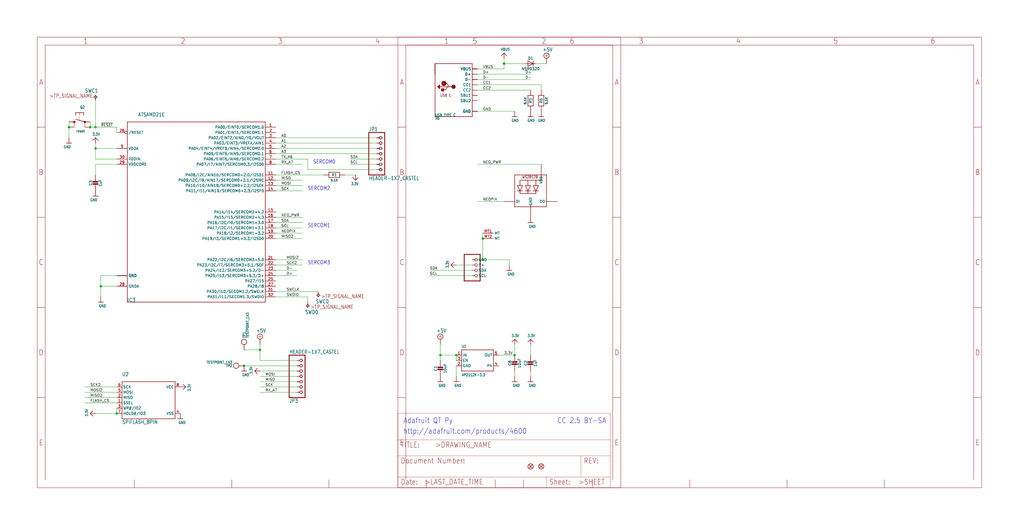
<source format=kicad_sch>
(kicad_sch (version 20211123) (generator eeschema)
  (paper "User" 490.22 254.406)
  (lib_symbols
    (symbol "schematicEagle-eagle-import:+5V" (power)
      (property "Value" "+5V" (at -1.905 3.175 0))
      (symbol "+5V_1_0"
        (polyline (pts (xy -0.635 1.27) (xy 0.635 1.27)) (stroke (width 0.1524)))
        (polyline (pts (xy 0 0.635) (xy 0 1.905)) (stroke (width 0.1524)))
        (circle (center 0 1.27) (radius 1.27) (stroke (width 0.254)))
        (pin power_in line (at 0 -2.54 90) (length 2.54) (name "+5V") (number "1"))
      )
    )
    (symbol "schematicEagle-eagle-import:3.3V" (power)
      (property "Value" "3.3V" (at -1.524 1.016 0))
      (symbol "3.3V_1_0"
        (polyline (pts (xy -1.27 -1.27) (xy 0 0)) (stroke (width 0.254)))
        (polyline (pts (xy 0 0) (xy 1.27 -1.27)) (stroke (width 0.254)))
        (pin power_in line (at 0 -2.54 90) (length 2.54) (name "3.3V") (number "1"))
      )
    )
    (symbol "schematicEagle-eagle-import:ATSAMD21E"
      (property "Reference" "IC" (at -35.56 -43.18 0))
      (property "Value" "ATSAMD21E" (at -30.48 45.72 0))
      (symbol "ATSAMD21E_1_0"
        (polyline (pts (xy -35.56 -43.18) (xy -35.56 43.18)) (stroke (width 0.254)))
        (polyline (pts (xy -35.56 43.18) (xy 30.48 43.18)) (stroke (width 0.254)))
        (polyline (pts (xy 30.48 -43.18) (xy -35.56 -43.18)) (stroke (width 0.254)))
        (polyline (pts (xy 30.48 43.18) (xy 30.48 -43.18)) (stroke (width 0.254)))
        (pin bidirectional line (at 35.56 40.64 180) (length 5.08) (name "PA00/EINT0/SERCOM1.0") (number "1"))
        (pin power_in line (at -40.64 -30.48 0) (length 5.08) (name "GND") (number "10"))
        (pin bidirectional line (at 35.56 17.78 180) (length 5.08) (name "PA08/I2C/AIN16/SERCOM0+2.0/I2SD1") (number "11"))
        (pin bidirectional line (at 35.56 15.24 180) (length 5.08) (name "PA09/I2C/I9/AIN17/SERCOM0+2.1/I2SMC") (number "12"))
        (pin bidirectional line (at 35.56 12.7 180) (length 5.08) (name "PA10/I10/AIN18/SERCOM0+2.2/I2SCK") (number "13"))
        (pin bidirectional line (at 35.56 10.16 180) (length 5.08) (name "PA11/I11/AIN19/SERCOM0+2.3/I2SF0") (number "14"))
        (pin bidirectional line (at 35.56 0 180) (length 5.08) (name "PA14/I14/SERCOM2+4.2") (number "15"))
        (pin bidirectional line (at 35.56 -2.54 180) (length 5.08) (name "PA15/I15/SERCOM2+4.3") (number "16"))
        (pin bidirectional line (at 35.56 -5.08 180) (length 5.08) (name "PA16/I2C/I0/SERCOM1+3.0") (number "17"))
        (pin bidirectional line (at 35.56 -7.62 180) (length 5.08) (name "PA17/I2C/I1/SERCOM1+3.1") (number "18"))
        (pin bidirectional line (at 35.56 -10.16 180) (length 5.08) (name "PA18/I2/SERCOM1+3.2") (number "19"))
        (pin bidirectional line (at 35.56 38.1 180) (length 5.08) (name "PA01/EINT1/SERCOM1.1") (number "2"))
        (pin bidirectional line (at 35.56 -12.7 180) (length 5.08) (name "PA19/I3/SERCOM1+3.3/I2SD0") (number "20"))
        (pin bidirectional line (at 35.56 -22.86 180) (length 5.08) (name "PA22/I2C/I6/SERCOM3+5.0") (number "21"))
        (pin bidirectional line (at 35.56 -25.4 180) (length 5.08) (name "PA23/I2C/I7/SERCOM3+5.1/SOF") (number "22"))
        (pin bidirectional line (at 35.56 -27.94 180) (length 5.08) (name "PA24/I12/SERCOM3+5.2/D-") (number "23"))
        (pin bidirectional line (at 35.56 -30.48 180) (length 5.08) (name "PA25/I13/SERCOM3+5.3/D+") (number "24"))
        (pin bidirectional line (at 35.56 -33.02 180) (length 5.08) (name "PA27/I15") (number "25"))
        (pin bidirectional inverted (at -40.64 38.1 0) (length 5.08) (name "/RESET") (number "26"))
        (pin bidirectional line (at 35.56 -35.56 180) (length 5.08) (name "PA28/I8") (number "27"))
        (pin power_in line (at -40.64 -35.56 0) (length 5.08) (name "GNDA") (number "28"))
        (pin power_in line (at -40.64 22.86 0) (length 5.08) (name "VDDCORE") (number "29"))
        (pin bidirectional line (at 35.56 35.56 180) (length 5.08) (name "PA02/EINT2/AIN0/Y0/VOUT") (number "3"))
        (pin power_in line (at -40.64 25.4 0) (length 5.08) (name "VDDIN") (number "30"))
        (pin bidirectional line (at 35.56 -38.1 180) (length 5.08) (name "PA30/I10/SECOM1.2/SWCLK") (number "31"))
        (pin bidirectional line (at 35.56 -40.64 180) (length 5.08) (name "PA31/I11/SECOM1.3/SWDIO") (number "32"))
        (pin power_in line (at -40.64 -30.48 0) (length 5.08) (name "GND") (number "33"))
        (pin bidirectional line (at 35.56 33.02 180) (length 5.08) (name "PA03/EINT3/VREFA/AIN1") (number "4"))
        (pin bidirectional line (at 35.56 30.48 180) (length 5.08) (name "PA04/EINT4/VREFB/AIN4/SERCOM0.0") (number "5"))
        (pin bidirectional line (at 35.56 27.94 180) (length 5.08) (name "PA05/EINT5/AIN5/SERCOM0.1") (number "6"))
        (pin bidirectional line (at 35.56 25.4 180) (length 5.08) (name "PA06/EINT6/AIN6/SERCOM0.2") (number "7"))
        (pin bidirectional line (at 35.56 22.86 180) (length 5.08) (name "PA07/I7/AIN7/SERCOM0.3/I2SD0") (number "8"))
        (pin power_in line (at -40.64 30.48 0) (length 5.08) (name "VDDA") (number "9"))
      )
    )
    (symbol "schematicEagle-eagle-import:CAP_CERAMIC_0402NO"
      (property "Reference" "C" (at -2.29 1.25 90))
      (property "Value" "CAP_CERAMIC_0402NO" (at 2.3 1.25 90))
      (symbol "CAP_CERAMIC_0402NO_1_0"
        (rectangle (start -1.27 0.508) (end 1.27 1.016) (fill (type outline)))
        (rectangle (start -1.27 1.524) (end 1.27 2.032) (fill (type outline)))
        (polyline (pts (xy 0 0.762) (xy 0 0)) (stroke (width 0.1524)))
        (polyline (pts (xy 0 2.54) (xy 0 1.778)) (stroke (width 0.1524)))
        (pin passive line (at 0 5.08 270) (length 2.54) (name "1") (number "1"))
        (pin passive line (at 0 -2.54 90) (length 2.54) (name "2") (number "2"))
      )
    )
    (symbol "schematicEagle-eagle-import:CAP_CERAMIC_0805MP"
      (property "Reference" "C" (at -2.29 1.25 90))
      (property "Value" "CAP_CERAMIC_0805MP" (at 2.3 1.25 90))
      (symbol "CAP_CERAMIC_0805MP_1_0"
        (rectangle (start -1.27 0.508) (end 1.27 1.016) (fill (type outline)))
        (rectangle (start -1.27 1.524) (end 1.27 2.032) (fill (type outline)))
        (polyline (pts (xy 0 0.762) (xy 0 0)) (stroke (width 0.1524)))
        (polyline (pts (xy 0 2.54) (xy 0 1.778)) (stroke (width 0.1524)))
        (pin passive line (at 0 5.08 270) (length 2.54) (name "1") (number "1"))
        (pin passive line (at 0 -2.54 90) (length 2.54) (name "2") (number "2"))
      )
    )
    (symbol "schematicEagle-eagle-import:DIODE_SOD323MINI"
      (property "Reference" "D" (at 0 2.54 0))
      (property "Value" "DIODE_SOD323MINI" (at 0 -2.5 0))
      (symbol "DIODE_SOD323MINI_1_0"
        (polyline (pts (xy -1.27 -1.27) (xy 1.27 0)) (stroke (width 0.254)))
        (polyline (pts (xy -1.27 1.27) (xy -1.27 -1.27)) (stroke (width 0.254)))
        (polyline (pts (xy 1.27 0) (xy -1.27 1.27)) (stroke (width 0.254)))
        (polyline (pts (xy 1.27 0) (xy 1.27 -1.27)) (stroke (width 0.254)))
        (polyline (pts (xy 1.27 1.27) (xy 1.27 0)) (stroke (width 0.254)))
        (pin passive line (at -2.54 0 0) (length 2.54) (name "A") (number "A"))
        (pin passive line (at 2.54 0 180) (length 2.54) (name "C") (number "C"))
      )
    )
    (symbol "schematicEagle-eagle-import:FIDUCIAL_1MM"
      (symbol "FIDUCIAL_1MM_1_0"
        (polyline (pts (xy -0.762 0.762) (xy 0.762 -0.762)) (stroke (width 0.254)))
        (polyline (pts (xy 0.762 0.762) (xy -0.762 -0.762)) (stroke (width 0.254)))
        (circle (center 0 0) (radius 1.27) (stroke (width 0.254)))
      )
    )
    (symbol "schematicEagle-eagle-import:FRAME_A_L"
      (symbol "FRAME_A_L_0_0"
        (polyline (pts (xy 0 43.18) (xy 3.81 43.18)))
        (polyline (pts (xy 0 86.36) (xy 3.81 86.36)))
        (polyline (pts (xy 0 129.54) (xy 3.81 129.54)))
        (polyline (pts (xy 0 172.72) (xy 3.81 172.72)))
        (polyline (pts (xy 3.81 3.81) (xy 3.81 212.09)))
        (polyline (pts (xy 46.5667 0) (xy 46.5667 3.81)))
        (polyline (pts (xy 93.1333 0) (xy 93.1333 3.81)))
        (polyline (pts (xy 139.7 0) (xy 139.7 3.81)))
        (polyline (pts (xy 186.2667 0) (xy 186.2667 3.81)))
        (polyline (pts (xy 232.8333 0) (xy 232.8333 3.81)))
        (polyline (pts (xy 275.59 3.81) (xy 275.59 212.09)))
        (polyline (pts (xy 275.59 43.18) (xy 279.4 43.18)))
        (polyline (pts (xy 275.59 86.36) (xy 279.4 86.36)))
        (polyline (pts (xy 275.59 129.54) (xy 279.4 129.54)))
        (polyline (pts (xy 275.59 172.72) (xy 279.4 172.72)))
        (polyline (pts (xy 275.59 212.09) (xy 3.81 212.09)))
        (polyline (pts (xy 0 0) (xy 279.4 0) (xy 279.4 215.9) (xy 0 215.9) (xy 0 0)))
        (text "1" (at 23.2833 213.995 0) (effects (font (size 2.54 2.286))))
        (text "2" (at 69.85 213.995 0) (effects (font (size 2.54 2.286))))
        (text "3" (at 116.4167 213.995 0) (effects (font (size 2.54 2.286))))
        (text "4" (at 162.9833 213.995 0) (effects (font (size 2.54 2.286))))
        (text "5" (at 209.55 213.995 0) (effects (font (size 2.54 2.286))))
        (text "6" (at 256.1167 213.995 0) (effects (font (size 2.54 2.286))))
        (text "A" (at 1.905 194.31 0) (effects (font (size 2.54 2.286))))
        (text "A" (at 277.495 194.31 0) (effects (font (size 2.54 2.286))))
        (text "B" (at 1.905 151.13 0) (effects (font (size 2.54 2.286))))
        (text "B" (at 277.495 151.13 0) (effects (font (size 2.54 2.286))))
        (text "C" (at 1.905 107.95 0) (effects (font (size 2.54 2.286))))
        (text "C" (at 277.495 107.95 0) (effects (font (size 2.54 2.286))))
        (text "D" (at 1.905 64.77 0) (effects (font (size 2.54 2.286))))
        (text "D" (at 277.495 64.77 0) (effects (font (size 2.54 2.286))))
        (text "E" (at 1.905 21.59 0) (effects (font (size 2.54 2.286))))
        (text "E" (at 277.495 21.59 0) (effects (font (size 2.54 2.286))))
      )
      (symbol "FRAME_A_L_2_0"
        (polyline (pts (xy 0 0) (xy 0 5.08)) (stroke (width 0.1016)))
        (polyline (pts (xy 0 0) (xy 71.12 0)) (stroke (width 0.1016)))
        (polyline (pts (xy 0 5.08) (xy 0 15.24)) (stroke (width 0.1016)))
        (polyline (pts (xy 0 5.08) (xy 71.12 5.08)) (stroke (width 0.1016)))
        (polyline (pts (xy 0 15.24) (xy 0 22.86)) (stroke (width 0.1016)))
        (polyline (pts (xy 0 22.86) (xy 0 35.56)) (stroke (width 0.1016)))
        (polyline (pts (xy 0 22.86) (xy 101.6 22.86)) (stroke (width 0.1016)))
        (polyline (pts (xy 71.12 0) (xy 101.6 0)) (stroke (width 0.1016)))
        (polyline (pts (xy 71.12 5.08) (xy 71.12 0)) (stroke (width 0.1016)))
        (polyline (pts (xy 71.12 5.08) (xy 87.63 5.08)) (stroke (width 0.1016)))
        (polyline (pts (xy 87.63 5.08) (xy 101.6 5.08)) (stroke (width 0.1016)))
        (polyline (pts (xy 87.63 15.24) (xy 0 15.24)) (stroke (width 0.1016)))
        (polyline (pts (xy 87.63 15.24) (xy 87.63 5.08)) (stroke (width 0.1016)))
        (polyline (pts (xy 101.6 5.08) (xy 101.6 0)) (stroke (width 0.1016)))
        (polyline (pts (xy 101.6 15.24) (xy 87.63 15.24)) (stroke (width 0.1016)))
        (polyline (pts (xy 101.6 15.24) (xy 101.6 5.08)) (stroke (width 0.1016)))
        (polyline (pts (xy 101.6 22.86) (xy 101.6 15.24)) (stroke (width 0.1016)))
        (polyline (pts (xy 101.6 35.56) (xy 0 35.56)) (stroke (width 0.1016)))
        (polyline (pts (xy 101.6 35.56) (xy 101.6 22.86)) (stroke (width 0.1016)))
        (text ">DRAWING_NAME" (at 17.78 19.05 0) (effects (font (size 2.54 2.159)) (justify left bottom)))
        (text ">LAST_DATE_TIME" (at 12.7 1.27 0) (effects (font (size 2.54 2.159)) (justify left bottom)))
        (text ">SHEET" (at 86.36 1.27 0) (effects (font (size 2.54 2.159)) (justify left bottom)))
        (text "Date:" (at 1.27 1.27 0) (effects (font (size 2.54 2.159)) (justify left bottom)))
        (text "Document Number:" (at 1.27 11.43 0) (effects (font (size 2.54 2.159)) (justify left bottom)))
        (text "REV:" (at 88.9 11.43 0) (effects (font (size 2.54 2.159)) (justify left bottom)))
        (text "Sheet:" (at 72.39 1.27 0) (effects (font (size 2.54 2.159)) (justify left bottom)))
        (text "TITLE:" (at 1.27 19.05 0) (effects (font (size 2.54 2.159)) (justify left bottom)))
      )
    )
    (symbol "schematicEagle-eagle-import:GND" (power)
      (property "Value" "GND" (at -1.524 -2.54 0))
      (symbol "GND_1_0"
        (polyline (pts (xy -1.27 0) (xy 1.27 0)) (stroke (width 0.254)))
        (pin power_in line (at 0 2.54 270) (length 2.54) (name "GND") (number "1"))
      )
    )
    (symbol "schematicEagle-eagle-import:HEADER-1X7_CASTEL"
      (property "Reference" "JP" (at -6.35 10.795 0))
      (property "Value" "HEADER-1X7_CASTEL" (at -6.35 -12.7 0))
      (symbol "HEADER-1X7_CASTEL_1_0"
        (polyline (pts (xy -6.35 -10.16) (xy 1.27 -10.16)) (stroke (width 0.4064)))
        (polyline (pts (xy -6.35 10.16) (xy -6.35 -10.16)) (stroke (width 0.4064)))
        (polyline (pts (xy 1.27 -10.16) (xy 1.27 10.16)) (stroke (width 0.4064)))
        (polyline (pts (xy 1.27 10.16) (xy -6.35 10.16)) (stroke (width 0.4064)))
        (pin passive inverted (at -2.54 7.62 0) (length 2.54) (name "1") (number "1"))
        (pin passive inverted (at -2.54 7.62 0) (length 2.54) (name "1") (number "1C"))
        (pin passive inverted (at -2.54 5.08 0) (length 2.54) (name "2") (number "2"))
        (pin passive inverted (at -2.54 5.08 0) (length 2.54) (name "2") (number "2C"))
        (pin passive inverted (at -2.54 2.54 0) (length 2.54) (name "3") (number "3"))
        (pin passive inverted (at -2.54 2.54 0) (length 2.54) (name "3") (number "3C"))
        (pin passive inverted (at -2.54 0 0) (length 2.54) (name "4") (number "4"))
        (pin passive inverted (at -2.54 0 0) (length 2.54) (name "4") (number "4C"))
        (pin passive inverted (at -2.54 -2.54 0) (length 2.54) (name "5") (number "5"))
        (pin passive inverted (at -2.54 -2.54 0) (length 2.54) (name "5") (number "5C"))
        (pin passive inverted (at -2.54 -5.08 0) (length 2.54) (name "6") (number "6"))
        (pin passive inverted (at -2.54 -5.08 0) (length 2.54) (name "6") (number "6C"))
        (pin passive inverted (at -2.54 -7.62 0) (length 2.54) (name "7") (number "7"))
        (pin passive inverted (at -2.54 -7.62 0) (length 2.54) (name "7") (number "7C"))
      )
    )
    (symbol "schematicEagle-eagle-import:RESISTOR_0402NO"
      (property "Reference" "R" (at 0 2.54 0))
      (property "Value" "RESISTOR_0402NO" (at 0 0 0))
      (symbol "RESISTOR_0402NO_1_0"
        (polyline (pts (xy -2.54 -1.27) (xy -2.54 1.27)) (stroke (width 0.254)))
        (polyline (pts (xy -2.54 1.27) (xy 2.54 1.27)) (stroke (width 0.254)))
        (polyline (pts (xy 2.54 -1.27) (xy -2.54 -1.27)) (stroke (width 0.254)))
        (polyline (pts (xy 2.54 1.27) (xy 2.54 -1.27)) (stroke (width 0.254)))
        (pin passive line (at -5.08 0 0) (length 2.54) (name "1") (number "1"))
        (pin passive line (at 5.08 0 180) (length 2.54) (name "2") (number "2"))
      )
    )
    (symbol "schematicEagle-eagle-import:SPIFLASH_8PIN"
      (property "Reference" "U" (at -12.7 12.7 0))
      (property "Value" "SPIFLASH_8PIN" (at -12.7 -10.16 0))
      (symbol "SPIFLASH_8PIN_1_0"
        (polyline (pts (xy -12.7 -7.62) (xy -12.7 10.16)) (stroke (width 0.254)))
        (polyline (pts (xy -12.7 10.16) (xy 12.7 10.16)) (stroke (width 0.254)))
        (polyline (pts (xy 12.7 -7.62) (xy -12.7 -7.62)) (stroke (width 0.254)))
        (polyline (pts (xy 12.7 10.16) (xy 12.7 -7.62)) (stroke (width 0.254)))
        (pin bidirectional line (at -15.24 0 0) (length 2.54) (name "SSEL") (number "1"))
        (pin bidirectional line (at -15.24 2.54 0) (length 2.54) (name "MISO") (number "2"))
        (pin bidirectional line (at -15.24 -2.54 0) (length 2.54) (name "WP#/IO2") (number "3"))
        (pin bidirectional line (at 15.24 -5.08 180) (length 2.54) (name "VSS") (number "4"))
        (pin bidirectional line (at -15.24 5.08 0) (length 2.54) (name "MOSI") (number "5"))
        (pin bidirectional line (at -15.24 7.62 0) (length 2.54) (name "SCK") (number "6"))
        (pin bidirectional line (at -15.24 -5.08 0) (length 2.54) (name "HOLD#/IO3") (number "7"))
        (pin bidirectional line (at 15.24 7.62 180) (length 2.54) (name "VCC") (number "8"))
      )
    )
    (symbol "schematicEagle-eagle-import:STEMMA_I2C_QTSKINNY"
      (symbol "STEMMA_I2C_QTSKINNY_1_0"
        (polyline (pts (xy -3.81 -5.08) (xy 3.81 -5.08)) (stroke (width 0.4064)))
        (polyline (pts (xy -3.81 7.62) (xy -3.81 -5.08)) (stroke (width 0.4064)))
        (polyline (pts (xy 3.81 -5.08) (xy 3.81 7.62)) (stroke (width 0.4064)))
        (polyline (pts (xy 3.81 7.62) (xy -3.81 7.62)) (stroke (width 0.4064)))
        (pin passive inverted (at 0 5.08 0) (length 2.54) (name "GND") (number "1"))
        (pin passive inverted (at 0 2.54 0) (length 2.54) (name "V+") (number "2"))
        (pin passive inverted (at 0 0 0) (length 2.54) (name "SDA") (number "3"))
        (pin passive inverted (at 0 -2.54 0) (length 2.54) (name "SCL") (number "4"))
      )
      (symbol "STEMMA_I2C_QTSKINNY_2_0"
        (pin bidirectional line (at 0 0 0) (length 5.08) (name "MT") (number "MT1"))
      )
      (symbol "STEMMA_I2C_QTSKINNY_3_0"
        (pin bidirectional line (at 0 0 0) (length 5.08) (name "MT") (number "MT2"))
      )
    )
    (symbol "schematicEagle-eagle-import:SWITCH_TACT_SMT4.6X2.8"
      (property "Reference" "SW" (at -2.54 6.35 0))
      (property "Value" "SWITCH_TACT_SMT4.6X2.8" (at -2.54 -5.08 0))
      (symbol "SWITCH_TACT_SMT4.6X2.8_1_0"
        (circle (center -2.54 0) (radius 0.127) (stroke (width 0.4064)))
        (polyline (pts (xy -2.54 -2.54) (xy -2.54 0)) (stroke (width 0.1524)))
        (polyline (pts (xy -2.54 0) (xy 1.905 1.27)) (stroke (width 0.254)))
        (polyline (pts (xy -1.905 4.445) (xy -1.905 3.175)) (stroke (width 0.254)))
        (polyline (pts (xy 0 1.27) (xy 0 0.635)) (stroke (width 0.1524)))
        (polyline (pts (xy 0 2.54) (xy 0 1.905)) (stroke (width 0.1524)))
        (polyline (pts (xy 0 4.445) (xy -1.905 4.445)) (stroke (width 0.254)))
        (polyline (pts (xy 0 4.445) (xy 0 3.175)) (stroke (width 0.1524)))
        (polyline (pts (xy 1.905 0) (xy 2.54 0)) (stroke (width 0.254)))
        (polyline (pts (xy 1.905 4.445) (xy 0 4.445)) (stroke (width 0.254)))
        (polyline (pts (xy 1.905 4.445) (xy 1.905 3.175)) (stroke (width 0.254)))
        (polyline (pts (xy 2.54 -2.54) (xy 2.54 0)) (stroke (width 0.1524)))
        (circle (center 2.54 0) (radius 0.127) (stroke (width 0.4064)))
        (pin passive line (at -5.08 0 0) (length 2.54) (name "P") (number "A"))
        (pin passive line (at -5.08 -2.54 0) (length 2.54) (name "P1") (number "A'"))
        (pin passive line (at 5.08 0 180) (length 2.54) (name "S") (number "B"))
        (pin passive line (at 5.08 -2.54 180) (length 2.54) (name "S1") (number "B'"))
      )
    )
    (symbol "schematicEagle-eagle-import:TESTPOINT_1X3"
      (property "Reference" "TP" (at 0 5.588 90))
      (property "Value" "TESTPOINT_1X3" (at 1.651 5.588 90))
      (symbol "TESTPOINT_1X3_1_0"
        (circle (center 0 3.81) (radius 1.27) (stroke (width 0.254)))
        (pin bidirectional line (at 0 0 90) (length 2.54) (name "P$1") (number "P$1"))
      )
    )
    (symbol "schematicEagle-eagle-import:TPB1,27"
      (property "Reference" "TP" (at -1.27 1.27 0))
      (symbol "TPB1,27_1_0"
        (polyline (pts (xy -0.762 -0.762) (xy 0 0)) (stroke (width 0.254)))
        (polyline (pts (xy 0 -1.524) (xy -0.762 -0.762)) (stroke (width 0.254)))
        (polyline (pts (xy 0 0) (xy 0.762 -0.762)) (stroke (width 0.254)))
        (polyline (pts (xy 0.762 -0.762) (xy 0 -1.524)) (stroke (width 0.254)))
        (text ">TP_SIGNAL_NAME" (at 1.27 -1.27 0) (effects (font (size 1.778 1.5113)) (justify left bottom)))
        (pin input line (at 0 -2.54 90) (length 2.54) (name "TP") (number "TP"))
      )
    )
    (symbol "schematicEagle-eagle-import:USB_C"
      (property "Reference" "X" (at -10.16 13.716 0))
      (property "Value" "USB_C" (at -10.16 -15.24 0))
      (symbol "USB_C_1_0"
        (rectangle (start -7.12 -0.45) (end -5.92 0.75) (fill (type outline)))
        (circle (center -5.92 3.2) (radius 0.2) (stroke (width 1)))
        (circle (center -1.32 1.6) (radius 0.5) (stroke (width 1)))
        (polyline (pts (xy -10.2 7.62) (xy -10.16 12.7)) (stroke (width 0.254)))
        (polyline (pts (xy -10.16 -12.7) (xy 7.62 -12.7)) (stroke (width 0.254)))
        (polyline (pts (xy -10.16 12.7) (xy -10.16 -12.7)) (stroke (width 0.254)))
        (polyline (pts (xy -10.16 12.7) (xy 7.62 12.7)) (stroke (width 0.254)))
        (polyline (pts (xy -8.92 1.6) (xy -8.12 2.4)) (stroke (width 0.254)))
        (polyline (pts (xy -8.52 1.4) (xy -8.32 1.2)) (stroke (width 0.254)))
        (polyline (pts (xy -8.52 1.6) (xy -8.52 1.4)) (stroke (width 0.254)))
        (polyline (pts (xy -8.32 1.2) (xy -8.32 2)) (stroke (width 0.254)))
        (polyline (pts (xy -8.32 2) (xy -8.72 1.6)) (stroke (width 0.254)))
        (polyline (pts (xy -8.12 0.8) (xy -8.92 1.6)) (stroke (width 0.254)))
        (polyline (pts (xy -8.12 1) (xy -8.12 2.4)) (stroke (width 0.254)))
        (polyline (pts (xy -8.12 2.4) (xy -7.92 2.4)) (stroke (width 0.254)))
        (polyline (pts (xy -7.92 0.8) (xy -8.12 0.8)) (stroke (width 0.254)))
        (polyline (pts (xy -7.92 1.6) (xy -7.92 0.8)) (stroke (width 0.254)))
        (polyline (pts (xy -7.92 2.4) (xy -7.92 1.6)) (stroke (width 0.254)))
        (polyline (pts (xy -6.27 0.15) (xy -5.07 0.15)) (stroke (width 0.254)))
        (polyline (pts (xy -5.52 3.2) (xy -4.52 3.2)) (stroke (width 0.254)))
        (polyline (pts (xy -5.07 0.15) (xy -4.22 1.6)) (stroke (width 0.254)))
        (polyline (pts (xy -4.52 3.2) (xy -3.47 1.6)) (stroke (width 0.254)))
        (polyline (pts (xy -4.22 1.6) (xy -7.92 1.6)) (stroke (width 0.254)))
        (polyline (pts (xy -3.47 1.6) (xy -4.22 1.6)) (stroke (width 0.254)))
        (polyline (pts (xy -1.32 1.6) (xy -3.47 1.6)) (stroke (width 0.254)))
        (polyline (pts (xy 7.62 12.7) (xy 7.62 -12.7)) (stroke (width 0.254)))
        (text "USB C" (at -5.08 -2.54 0) (effects (font (size 1.27 1.0795))))
        (pin power_in line (at 10.16 -10.16 180) (length 2.54) (name "GND") (number "A1B12"))
        (pin power_in line (at 10.16 10.16 180) (length 2.54) (name "VBUS") (number "A4B9"))
        (pin bidirectional line (at 10.16 2.54 180) (length 2.54) (name "CC1") (number "A5"))
        (pin bidirectional line (at 10.16 7.62 180) (length 2.54) (name "D+") (number "A6"))
        (pin bidirectional line (at 10.16 5.08 180) (length 2.54) (name "D-") (number "A7"))
        (pin bidirectional line (at 10.16 -2.54 180) (length 2.54) (name "SBU1") (number "A8"))
        (pin power_in line (at 10.16 -10.16 180) (length 2.54) (name "GND") (number "B1A12"))
        (pin power_in line (at 10.16 10.16 180) (length 2.54) (name "VBUS") (number "B4A9"))
        (pin bidirectional line (at 10.16 0 180) (length 2.54) (name "CC2") (number "B5"))
        (pin bidirectional line (at 10.16 7.62 180) (length 2.54) (name "D+") (number "B6"))
        (pin bidirectional line (at 10.16 5.08 180) (length 2.54) (name "D-") (number "B7"))
        (pin bidirectional line (at 10.16 -5.08 180) (length 2.54) (name "SBU2") (number "B8"))
      )
    )
    (symbol "schematicEagle-eagle-import:VBUS" (power)
      (property "Value" "VBUS" (at -1.524 1.016 0))
      (symbol "VBUS_1_0"
        (polyline (pts (xy -1.27 -1.27) (xy 0 0)) (stroke (width 0.254)))
        (polyline (pts (xy 0 0) (xy 1.27 -1.27)) (stroke (width 0.254)))
        (pin power_in line (at 0 -2.54 90) (length 2.54) (name "VBUS") (number "1"))
      )
    )
    (symbol "schematicEagle-eagle-import:VREG_SOT23-5"
      (property "Reference" "U" (at -7.62 6.096 0))
      (property "Value" "VREG_SOT23-5" (at -7.62 -7.62 0))
      (symbol "VREG_SOT23-5_1_0"
        (polyline (pts (xy -7.62 -5.08) (xy -7.62 5.08)) (stroke (width 0.254)))
        (polyline (pts (xy -7.62 5.08) (xy 7.62 5.08)) (stroke (width 0.254)))
        (polyline (pts (xy 7.62 -5.08) (xy -7.62 -5.08)) (stroke (width 0.254)))
        (polyline (pts (xy 7.62 5.08) (xy 7.62 -5.08)) (stroke (width 0.254)))
        (pin power_in line (at -10.16 2.54 0) (length 2.54) (name "IN") (number "1"))
        (pin power_in line (at -10.16 -2.54 0) (length 2.54) (name "GND") (number "2"))
        (pin input line (at -10.16 0 0) (length 2.54) (name "EN") (number "3"))
        (pin bidirectional line (at 10.16 -2.54 180) (length 2.54) (name "P4") (number "4"))
        (pin power_in line (at 10.16 2.54 180) (length 2.54) (name "OUT") (number "5"))
      )
    )
    (symbol "schematicEagle-eagle-import:WS2812B_SK6805_1515"
      (symbol "WS2812B_SK6805_1515_1_0"
        (polyline (pts (xy -7.62 -5.08) (xy 0 -5.08)) (stroke (width 0.254)))
        (polyline (pts (xy -7.62 -2.54) (xy -7.62 -5.08)) (stroke (width 0.254)))
        (polyline (pts (xy -7.62 10.16) (xy -7.62 -2.54)) (stroke (width 0.254)))
        (polyline (pts (xy -6.35 2.54) (xy -5.08 2.54)) (stroke (width 0.254)))
        (polyline (pts (xy -6.35 5.08) (xy -5.08 5.08)) (stroke (width 0.254)))
        (polyline (pts (xy -5.08 2.54) (xy -6.35 5.08)) (stroke (width 0.254)))
        (polyline (pts (xy -5.08 2.54) (xy -5.08 1.27)) (stroke (width 0.254)))
        (polyline (pts (xy -5.08 2.54) (xy -3.81 5.08)) (stroke (width 0.254)))
        (polyline (pts (xy -5.08 5.08) (xy -3.81 5.08)) (stroke (width 0.254)))
        (polyline (pts (xy -5.08 7.62) (xy -5.08 5.08)) (stroke (width 0.254)))
        (polyline (pts (xy -3.81 2.54) (xy -5.08 2.54)) (stroke (width 0.254)))
        (polyline (pts (xy -2.54 2.54) (xy -1.27 2.54)) (stroke (width 0.254)))
        (polyline (pts (xy -2.54 5.08) (xy 0 5.08)) (stroke (width 0.254)))
        (polyline (pts (xy -1.27 1.27) (xy -5.08 1.27)) (stroke (width 0.254)))
        (polyline (pts (xy -1.27 2.54) (xy -2.54 5.08)) (stroke (width 0.254)))
        (polyline (pts (xy -1.27 2.54) (xy -1.27 1.27)) (stroke (width 0.254)))
        (polyline (pts (xy -1.27 2.54) (xy 0 2.54)) (stroke (width 0.254)))
        (polyline (pts (xy -1.27 5.08) (xy -1.27 7.62)) (stroke (width 0.254)))
        (polyline (pts (xy -1.27 7.62) (xy -5.08 7.62)) (stroke (width 0.254)))
        (polyline (pts (xy 0 -5.08) (xy 7.62 -5.08)) (stroke (width 0.254)))
        (polyline (pts (xy 0 -4.064) (xy 0 -5.08)) (stroke (width 0.254)))
        (polyline (pts (xy 0 5.08) (xy -1.27 2.54)) (stroke (width 0.254)))
        (polyline (pts (xy 1.27 5.08) (xy 2.54 2.54)) (stroke (width 0.254)))
        (polyline (pts (xy 1.27 5.08) (xy 2.54 5.08)) (stroke (width 0.254)))
        (polyline (pts (xy 2.54 1.27) (xy -1.27 1.27)) (stroke (width 0.254)))
        (polyline (pts (xy 2.54 2.54) (xy 1.27 2.54)) (stroke (width 0.254)))
        (polyline (pts (xy 2.54 2.54) (xy 2.54 1.27)) (stroke (width 0.254)))
        (polyline (pts (xy 2.54 2.54) (xy 3.81 2.54)) (stroke (width 0.254)))
        (polyline (pts (xy 2.54 2.54) (xy 3.81 5.08)) (stroke (width 0.254)))
        (polyline (pts (xy 2.54 5.08) (xy 2.54 7.62)) (stroke (width 0.254)))
        (polyline (pts (xy 2.54 7.62) (xy -1.27 7.62)) (stroke (width 0.254)))
        (polyline (pts (xy 2.54 7.62) (xy 5.08 7.62)) (stroke (width 0.254)))
        (polyline (pts (xy 3.81 5.08) (xy 2.54 5.08)) (stroke (width 0.254)))
        (polyline (pts (xy 5.08 10.16) (xy -7.62 10.16)) (stroke (width 0.254)))
        (polyline (pts (xy 5.08 10.16) (xy 5.08 7.62)) (stroke (width 0.254)))
        (polyline (pts (xy 7.62 -5.08) (xy 7.62 -2.54)) (stroke (width 0.254)))
        (polyline (pts (xy 7.62 -2.54) (xy 7.62 10.16)) (stroke (width 0.254)))
        (polyline (pts (xy 7.62 10.16) (xy 5.08 10.16)) (stroke (width 0.254)))
        (text "WS2812B" (at -4.064 8.382 0) (effects (font (size 1.27 1.0795)) (justify left bottom)))
        (pin input line (at -12.7 -2.54 0) (length 5.08) (name "DI") (number "1"))
        (pin power_in line (at 5.08 15.24 270) (length 5.08) (name "VDD") (number "2"))
        (pin output line (at 12.7 -2.54 180) (length 5.08) (name "DO") (number "3"))
        (pin power_in line (at 0 -10.16 90) (length 5.08) (name "GND") (number "4"))
      )
    )
  )
  (junction (at 116.84 175.26))
  (junction (at 218.44 170.18))
  (junction (at 55.88 198.12))
  (junction (at 231.14 124.46))
  (junction (at 33.02 60.96))
  (junction (at 48.26 137.16))
  (junction (at 43.18 60.96))
  (junction (at 45.72 71.12))
  (junction (at 210.82 170.18))
  (junction (at 241.3 30.48))
  (junction (at 231.14 114.3))
  (junction (at 246.38 170.18))
  (junction (at 124.46 167.64))
  (junction (at 45.72 60.96))
  (wire (pts (xy 132.08 142.24) (xy 147.32 142.24)))
  (wire (pts (xy 45.72 48.26) (xy 45.72 60.96)))
  (wire (pts (xy 167.64 76.2) (xy 180.34 76.2)))
  (wire (pts (xy 241.3 30.48) (xy 251.46 30.48)))
  (wire (pts (xy 45.72 78.74) (xy 45.72 83.82)))
  (wire (pts (xy 132.08 83.82) (xy 154.94 83.82)))
  (wire (pts (xy 132.08 66.04) (xy 180.34 66.04)))
  (wire (pts (xy 55.88 132.08) (xy 48.26 132.08)))
  (wire (pts (xy 226.06 124.46) (xy 231.14 124.46)))
  (wire (pts (xy 116.84 167.64) (xy 124.46 167.64)))
  (wire (pts (xy 231.14 114.3) (xy 231.14 124.46)))
  (wire (pts (xy 226.06 132.08) (xy 205.74 132.08)))
  (wire (pts (xy 132.08 111.76) (xy 144.78 111.76)))
  (wire (pts (xy 147.32 142.24) (xy 147.32 144.78)))
  (wire (pts (xy 132.08 124.46) (xy 144.78 124.46)))
  (wire (pts (xy 142.24 182.88) (xy 124.46 182.88)))
  (wire (pts (xy 55.88 60.96) (xy 55.88 63.5)))
  (wire (pts (xy 218.44 172.72) (xy 218.44 170.18)))
  (wire (pts (xy 132.08 114.3) (xy 144.78 114.3)))
  (wire (pts (xy 241.3 33.02) (xy 228.6 33.02)))
  (wire (pts (xy 55.88 198.12) (xy 55.88 195.58)))
  (wire (pts (xy 132.08 78.74) (xy 144.78 78.74)))
  (wire (pts (xy 43.18 60.96) (xy 45.72 60.96)))
  (wire (pts (xy 241.3 27.94) (xy 241.3 30.48)))
  (wire (pts (xy 132.08 106.68) (xy 144.78 106.68)))
  (wire (pts (xy 48.26 132.08) (xy 48.26 137.16)))
  (wire (pts (xy 226.06 129.54) (xy 205.74 129.54)))
  (wire (pts (xy 55.88 71.12) (xy 45.72 71.12)))
  (wire (pts (xy 228.6 40.64) (xy 259.08 40.64)))
  (wire (pts (xy 124.46 167.64) (xy 124.46 165.1)))
  (wire (pts (xy 256.54 30.48) (xy 261.62 30.48)))
  (wire (pts (xy 33.02 66.04) (xy 33.02 60.96)))
  (wire (pts (xy 241.3 30.48) (xy 241.3 33.02)))
  (wire (pts (xy 142.24 132.08) (xy 132.08 132.08)))
  (wire (pts (xy 170.18 83.82) (xy 165.1 83.82)))
  (wire (pts (xy 226.06 127) (xy 218.44 127)))
  (wire (pts (xy 231.14 124.46) (xy 243.84 124.46)))
  (wire (pts (xy 231.14 111.76) (xy 231.14 114.3)))
  (wire (pts (xy 33.02 58.42) (xy 33.02 60.96)))
  (wire (pts (xy 142.24 187.96) (xy 124.46 187.96)))
  (wire (pts (xy 132.08 71.12) (xy 180.34 71.12)))
  (wire (pts (xy 45.72 76.2) (xy 45.72 71.12)))
  (wire (pts (xy 55.88 78.74) (xy 45.72 78.74)))
  (wire (pts (xy 132.08 104.14) (xy 144.78 104.14)))
  (wire (pts (xy 132.08 88.9) (xy 144.78 88.9)))
  (wire (pts (xy 45.72 198.12) (xy 55.88 198.12)))
  (wire (pts (xy 55.88 137.16) (xy 48.26 137.16)))
  (wire (pts (xy 48.26 137.16) (xy 48.26 142.24)))
  (wire (pts (xy 228.6 43.18) (xy 254 43.18)))
  (wire (pts (xy 254 165.1) (xy 254 170.18)))
  (wire (pts (xy 147.32 76.2) (xy 147.32 81.28)))
  (wire (pts (xy 246.38 180.34) (xy 246.38 177.8)))
  (wire (pts (xy 241.3 96.52) (xy 228.6 96.52)))
  (wire (pts (xy 246.38 53.34) (xy 228.6 53.34)))
  (wire (pts (xy 132.08 139.7) (xy 152.4 139.7)))
  (wire (pts (xy 55.88 185.42) (xy 40.64 185.42)))
  (wire (pts (xy 228.6 38.1) (xy 254 38.1)))
  (wire (pts (xy 142.24 185.42) (xy 124.46 185.42)))
  (wire (pts (xy 259.08 40.64) (xy 259.08 43.18)))
  (wire (pts (xy 142.24 180.34) (xy 124.46 180.34)))
  (wire (pts (xy 124.46 172.72) (xy 124.46 167.64)))
  (wire (pts (xy 238.76 170.18) (xy 246.38 170.18)))
  (wire (pts (xy 132.08 127) (xy 144.78 127)))
  (wire (pts (xy 132.08 91.44) (xy 144.78 91.44)))
  (wire (pts (xy 210.82 172.72) (xy 210.82 170.18)))
  (wire (pts (xy 55.88 76.2) (xy 45.72 76.2)))
  (wire (pts (xy 228.6 35.56) (xy 254 35.56)))
  (wire (pts (xy 142.24 177.8) (xy 124.46 177.8)))
  (wire (pts (xy 180.34 81.28) (xy 147.32 81.28)))
  (wire (pts (xy 132.08 86.36) (xy 144.78 86.36)))
  (wire (pts (xy 132.08 76.2) (xy 147.32 76.2)))
  (wire (pts (xy 142.24 172.72) (xy 124.46 172.72)))
  (wire (pts (xy 132.08 129.54) (xy 142.24 129.54)))
  (wire (pts (xy 180.34 68.58) (xy 132.08 68.58)))
  (wire (pts (xy 254 180.34) (xy 254 177.8)))
  (wire (pts (xy 43.18 60.96) (xy 43.18 58.42)))
  (wire (pts (xy 180.34 73.66) (xy 132.08 73.66)))
  (wire (pts (xy 218.44 175.26) (xy 218.44 180.34)))
  (wire (pts (xy 55.88 193.04) (xy 40.64 193.04)))
  (wire (pts (xy 45.72 60.96) (xy 55.88 60.96)))
  (wire (pts (xy 246.38 165.1) (xy 246.38 170.18)))
  (wire (pts (xy 40.64 190.5) (xy 55.88 190.5)))
  (wire (pts (xy 40.64 187.96) (xy 55.88 187.96)))
  (wire (pts (xy 142.24 175.26) (xy 116.84 175.26)))
  (wire (pts (xy 144.78 109.22) (xy 132.08 109.22)))
  (wire (pts (xy 243.84 124.46) (xy 243.84 127)))
  (wire (pts (xy 180.34 78.74) (xy 167.64 78.74)))
  (wire (pts (xy 259.08 78.74) (xy 228.6 78.74)))
  (wire (pts (xy 210.82 165.1) (xy 210.82 170.18)))
  (wire (pts (xy 210.82 170.18) (xy 218.44 170.18)))
  (wire (pts (xy 45.72 71.12) (xy 45.72 68.58)))
  (text "Adafruit QT Py" (at 193.04 203.2 180) (effects (font (size 2.54 2.159)) (justify left bottom)))
  (text "CC 2.5 BY-SA" (at 266.7 203.2 180) (effects (font (size 2.54 2.159)) (justify left bottom)))
  (text "SERCOM0" (at 149.86 78.74 180) (effects (font (size 1.778 1.5113)) (justify left bottom)))
  (text "SERCOM3" (at 147.32 127 180) (effects (font (size 1.778 1.5113)) (justify left bottom)))
  (text "SERCOM1" (at 147.32 109.22 180) (effects (font (size 1.778 1.5113)) (justify left bottom)))
  (text "http://adafruit.com/products/4600" (at 193.04 208.28 180) (effects (font (size 2.54 2.159)) (justify left bottom)))
  (text "SERCOM2" (at 147.32 91.44 180) (effects (font (size 1.778 1.5113)) (justify left bottom)))
  (label "SCK" (at 134.62 91.44 0) (effects (font (size 1.2446 1.2446))))
  (label "MOSI2" (at 43.18 187.96 0) (effects (font (size 1.2446 1.2446))))
  (label "A1" (at 134.62 68.58 0) (effects (font (size 1.2446 1.2446))))
  (label "SCK2" (at 43.18 185.42 0) (effects (font (size 1.2446 1.2446))))
  (label "SDA" (at 205.74 129.54 0) (effects (font (size 1.2446 1.2446))))
  (label "NEO_PWR" (at 134.62 104.14 0) (effects (font (size 1.2446 1.2446))))
  (label "SCL" (at 167.64 78.74 0) (effects (font (size 1.2446 1.2446))))
  (label "MOSI2" (at 137.16 124.46 0) (effects (font (size 1.2446 1.2446))))
  (label "NEO_PWR" (at 231.14 78.74 0) (effects (font (size 1.2446 1.2446))))
  (label "VBUS" (at 231.14 33.02 0) (effects (font (size 1.2446 1.2446))))
  (label "MISO" (at 127 182.88 0) (effects (font (size 1.2446 1.2446))))
  (label "D-" (at 137.16 129.54 0) (effects (font (size 1.2446 1.2446))))
  (label "A0" (at 134.62 66.04 0) (effects (font (size 1.2446 1.2446))))
  (label "RX_A7" (at 127 187.96 0) (effects (font (size 1.2446 1.2446))))
  (label "TX_A6" (at 134.62 76.2 0) (effects (font (size 1.2446 1.2446))))
  (label "SDA" (at 167.64 76.2 0) (effects (font (size 1.2446 1.2446))))
  (label "MISO2" (at 43.18 190.5 0) (effects (font (size 1.2446 1.2446))))
  (label "SCL" (at 134.62 109.22 0) (effects (font (size 1.2446 1.2446))))
  (label "SWDIO" (at 137.16 142.24 0) (effects (font (size 1.2446 1.2446))))
  (label "MOSI" (at 134.62 88.9 0) (effects (font (size 1.2446 1.2446))))
  (label "SDA" (at 134.62 106.68 0) (effects (font (size 1.2446 1.2446))))
  (label "SWCLK" (at 137.16 139.7 0) (effects (font (size 1.2446 1.2446))))
  (label "SCK2" (at 137.16 127 0) (effects (font (size 1.2446 1.2446))))
  (label "D+" (at 137.16 132.08 0) (effects (font (size 1.2446 1.2446))))
  (label "RX_A7" (at 134.62 78.74 0) (effects (font (size 1.2446 1.2446))))
  (label "FLASH_CS" (at 43.18 193.04 0) (effects (font (size 1.2446 1.2446))))
  (label "SCK" (at 127 185.42 0) (effects (font (size 1.2446 1.2446))))
  (label "CC2" (at 231.14 43.18 0) (effects (font (size 1.2446 1.2446))))
  (label "D+" (at 251.46 35.56 0) (effects (font (size 1.2446 1.2446))))
  (label "MISO2" (at 134.62 114.3 0) (effects (font (size 1.2446 1.2446))))
  (label "CC1" (at 231.14 40.64 0) (effects (font (size 1.2446 1.2446))))
  (label "A3" (at 134.62 73.66 0) (effects (font (size 1.2446 1.2446))))
  (label "NEOPIX" (at 134.62 111.76 0) (effects (font (size 1.2446 1.2446))))
  (label "GND" (at 231.14 53.34 0) (effects (font (size 1.2446 1.2446))))
  (label "FLASH_CS" (at 134.62 83.82 0) (effects (font (size 1.2446 1.2446))))
  (label "MISO" (at 134.62 86.36 0) (effects (font (size 1.2446 1.2446))))
  (label "~{RESET}" (at 48.26 60.96 0) (effects (font (size 1.2446 1.2446))))
  (label "3.3V" (at 241.3 170.18 0) (effects (font (size 1.2446 1.2446))))
  (label "D-" (at 251.46 38.1 0) (effects (font (size 1.2446 1.2446))))
  (label "D+" (at 231.14 35.56 0) (effects (font (size 1.2446 1.2446))))
  (label "NEOPIX" (at 231.14 96.52 0) (effects (font (size 1.2446 1.2446))))
  (label "MOSI" (at 127 180.34 0) (effects (font (size 1.2446 1.2446))))
  (label "SCL" (at 205.74 132.08 0) (effects (font (size 1.2446 1.2446))))
  (label "A2" (at 134.62 71.12 0) (effects (font (size 1.2446 1.2446))))
  (label "D-" (at 231.14 38.1 0) (effects (font (size 1.2446 1.2446))))
  (symbol (lib_id "schematicEagle-eagle-import:GND") (at 48.26 144.78 0) (mirror y) (unit 1)
    (property "Reference" "#GND18" (effects hide))
    (property "Value" "GND" (at 50.8 147.32 0) (effects (font (size 1.27 1.0795)) (justify left bottom)))
    (property "Footprint" "schematicEagle:" (effects hide))
  )
  (symbol (lib_id "schematicEagle-eagle-import:+5V") (at 210.82 162.56 0) (unit 1)
    (property "Reference" "#SUPPLY1" (effects hide))
    (property "Value" "+5V" (at 208.915 159.385 0) (effects (font (size 1.778 1.5113)) (justify left bottom)))
    (property "Footprint" "schematicEagle:" (effects hide))
  )
  (symbol (lib_id "schematicEagle-eagle-import:3.3V") (at 43.18 198.12 90) (unit 1)
    (property "Reference" "#U$4" (effects hide))
    (property "Value" "3.3V" (at 42.164 199.644 0) (effects (font (size 1.27 1.0795)) (justify left bottom)))
    (property "Footprint" "schematicEagle:" (effects hide))
  )
  (symbol (lib_id "schematicEagle-eagle-import:GND") (at 116.84 177.8 0) (mirror y) (unit 1)
    (property "Reference" "#GND2" (effects hide))
    (property "Value" "GND" (at 119.38 180.34 0) (effects (font (size 1.27 1.0795)) (justify left bottom)))
    (property "Footprint" "schematicEagle:" (effects hide))
  )
  (symbol (lib_id "schematicEagle-eagle-import:STEMMA_I2C_QTSKINNY") (at 226.06 129.54 0) (unit 1)
    (property "Reference" "CONN1" (effects hide))
    (property "Value" "STEMMA_I2C_QTSKINNY" (effects hide))
    (property "Footprint" "schematicEagle:JST_SH4_SKINNY" (effects hide))
  )
  (symbol (lib_id "schematicEagle-eagle-import:GND") (at 86.36 200.66 0) (mirror y) (unit 1)
    (property "Reference" "#GND4" (effects hide))
    (property "Value" "GND" (at 88.9 203.2 0) (effects (font (size 1.27 1.0795)) (justify left bottom)))
    (property "Footprint" "schematicEagle:" (effects hide))
  )
  (symbol (lib_id "schematicEagle-eagle-import:GND") (at 246.38 55.88 0) (unit 1)
    (property "Reference" "#U$1" (effects hide))
    (property "Value" "GND" (at 244.856 58.42 0) (effects (font (size 1.27 1.0795)) (justify left bottom)))
    (property "Footprint" "schematicEagle:" (effects hide))
  )
  (symbol (lib_id "schematicEagle-eagle-import:GND") (at 259.08 55.88 0) (unit 1)
    (property "Reference" "#U$14" (effects hide))
    (property "Value" "GND" (at 257.556 58.42 0) (effects (font (size 1.27 1.0795)) (justify left bottom)))
    (property "Footprint" "schematicEagle:" (effects hide))
  )
  (symbol (lib_id "schematicEagle-eagle-import:SWITCH_TACT_SMT4.6X2.8") (at 38.1 58.42 0) (mirror y) (unit 1)
    (property "Reference" "Q2" (at 40.64 52.07 0) (effects (font (size 1.27 1.0795)) (justify left bottom)))
    (property "Value" "reset" (at 40.64 63.5 0) (effects (font (size 1.27 1.0795)) (justify left bottom)))
    (property "Footprint" "schematicEagle:BTN_KMR2_4.6X2.8" (effects hide))
  )
  (symbol (lib_id "schematicEagle-eagle-import:3.3V") (at 215.9 127 90) (unit 1)
    (property "Reference" "#U$2" (effects hide))
    (property "Value" "3.3V" (at 214.884 128.524 0) (effects (font (size 1.27 1.0795)) (justify left bottom)))
    (property "Footprint" "schematicEagle:" (effects hide))
  )
  (symbol (lib_id "schematicEagle-eagle-import:STEMMA_I2C_QTSKINNY") (at 231.14 114.3 0) (unit 3)
    (property "Reference" "CONN1" (effects hide))
    (property "Value" "STEMMA_I2C_QTSKINNY" (effects hide))
    (property "Footprint" "schematicEagle:JST_SH4_SKINNY" (effects hide))
  )
  (symbol (lib_id "schematicEagle-eagle-import:TPB1,27") (at 45.72 45.72 0) (mirror y) (unit 1)
    (property "Reference" "SWC1" (at 46.99 44.45 0) (effects (font (size 1.778 1.5113)) (justify left bottom)))
    (property "Value" "TPB1,27" (effects hide))
    (property "Footprint" "schematicEagle:B1,27" (effects hide))
  )
  (symbol (lib_id "schematicEagle-eagle-import:FIDUCIAL_1MM") (at 254 223.52 0) (unit 1)
    (property "Reference" "U$8" (effects hide))
    (property "Value" "FIDUCIAL_1MM" (effects hide))
    (property "Footprint" "schematicEagle:FIDUCIAL_1MM" (effects hide))
  )
  (symbol (lib_id "schematicEagle-eagle-import:GND") (at 33.02 68.58 0) (unit 1)
    (property "Reference" "#GND14" (effects hide))
    (property "Value" "GND" (at 30.48 71.12 0) (effects (font (size 1.27 1.0795)) (justify left bottom)))
    (property "Footprint" "schematicEagle:" (effects hide))
  )
  (symbol (lib_id "schematicEagle-eagle-import:VBUS") (at 241.3 25.4 0) (unit 1)
    (property "Reference" "#U$5" (effects hide))
    (property "Value" "VBUS" (at 239.776 24.384 0) (effects (font (size 1.27 1.0795)) (justify left bottom)))
    (property "Footprint" "schematicEagle:" (effects hide))
  )
  (symbol (lib_id "schematicEagle-eagle-import:DIODE_SOD323MINI") (at 254 30.48 0) (unit 1)
    (property "Reference" "D1" (at 254 27.94 0))
    (property "Value" "  NSR0320" (at 254 32.98 0))
    (property "Footprint" "schematicEagle:SOD-323_MINI" (effects hide))
  )
  (symbol (lib_id "schematicEagle-eagle-import:FRAME_A_L") (at 190.5 233.68 0) (unit 2)
    (property "Reference" "#FRAME1" (effects hide))
    (property "Value" "FRAME_A_L" (effects hide))
    (property "Footprint" "schematicEagle:" (effects hide))
  )
  (symbol (lib_id "schematicEagle-eagle-import:RESISTOR_0402NO") (at 160.02 83.82 180) (unit 1)
    (property "Reference" "R1" (at 160.02 83.82 0))
    (property "Value" "5.1K" (at 160.02 86.36 0) (effects (font (size 1.016 1.016) bold)))
    (property "Footprint" "schematicEagle:_0402NO" (effects hide))
  )
  (symbol (lib_id "schematicEagle-eagle-import:3.3V") (at 246.38 162.56 0) (unit 1)
    (property "Reference" "#U$16" (effects hide))
    (property "Value" "3.3V" (at 244.856 161.544 0) (effects (font (size 1.27 1.0795)) (justify left bottom)))
    (property "Footprint" "schematicEagle:" (effects hide))
  )
  (symbol (lib_id "schematicEagle-eagle-import:+5V") (at 124.46 162.56 0) (unit 1)
    (property "Reference" "#SUPPLY3" (effects hide))
    (property "Value" "+5V" (at 122.555 159.385 0) (effects (font (size 1.778 1.5113)) (justify left bottom)))
    (property "Footprint" "schematicEagle:" (effects hide))
  )
  (symbol (lib_id "schematicEagle-eagle-import:VREG_SOT23-5") (at 228.6 172.72 0) (unit 1)
    (property "Reference" "U1" (at 220.98 166.624 0) (effects (font (size 1.27 1.0795)) (justify left bottom)))
    (property "Value" "AP2112K-3.3" (at 220.98 180.34 0) (effects (font (size 1.27 1.0795)) (justify left bottom)))
    (property "Footprint" "schematicEagle:SOT23-5" (effects hide))
  )
  (symbol (lib_id "schematicEagle-eagle-import:+5V") (at 261.62 27.94 0) (unit 1)
    (property "Reference" "#SUPPLY2" (effects hide))
    (property "Value" "+5V" (at 259.715 24.765 0) (effects (font (size 1.778 1.5113)) (justify left bottom)))
    (property "Footprint" "schematicEagle:" (effects hide))
  )
  (symbol (lib_id "schematicEagle-eagle-import:CAP_CERAMIC_0402NO") (at 254 175.26 0) (unit 1)
    (property "Reference" "C2" (at 251.71 174.01 90))
    (property "Value" "1uF" (at 256.3 174.01 90))
    (property "Footprint" "schematicEagle:_0402NO" (effects hide))
  )
  (symbol (lib_id "schematicEagle-eagle-import:FIDUCIAL_1MM") (at 259.08 223.52 0) (unit 1)
    (property "Reference" "U$6" (effects hide))
    (property "Value" "FIDUCIAL_1MM" (effects hide))
    (property "Footprint" "schematicEagle:FIDUCIAL_1MM" (effects hide))
  )
  (symbol (lib_id "schematicEagle-eagle-import:3.3V") (at 170.18 86.36 180) (unit 1)
    (property "Reference" "#U$7" (effects hide))
    (property "Value" "3.3V" (at 171.704 87.376 0) (effects (font (size 1.27 1.0795)) (justify left bottom)))
    (property "Footprint" "schematicEagle:" (effects hide))
  )
  (symbol (lib_id "schematicEagle-eagle-import:FRAME_A_L") (at 17.78 233.68 0) (unit 1)
    (property "Reference" "#FRAME1" (effects hide))
    (property "Value" "FRAME_A_L" (effects hide))
    (property "Footprint" "schematicEagle:" (effects hide))
  )
  (symbol (lib_id "schematicEagle-eagle-import:TPB1,27") (at 152.4 142.24 0) (mirror x) (unit 1)
    (property "Reference" "SWC0" (at 151.13 143.51 0) (effects (font (size 1.778 1.5113)) (justify left bottom)))
    (property "Value" "TPB1,27" (effects hide))
    (property "Footprint" "schematicEagle:B1,27" (effects hide))
  )
  (symbol (lib_id "schematicEagle-eagle-import:WS2812B_SK6805_1515") (at 254 93.98 0) (unit 1)
    (property "Reference" "LED1" (effects hide))
    (property "Value" "WS2812B_SK6805_1515" (effects hide))
    (property "Footprint" "schematicEagle:SK6805_1515" (effects hide))
  )
  (symbol (lib_id "schematicEagle-eagle-import:GND") (at 210.82 182.88 0) (mirror y) (unit 1)
    (property "Reference" "#GND3" (effects hide))
    (property "Value" "GND" (at 213.36 185.42 0) (effects (font (size 1.27 1.0795)) (justify left bottom)))
    (property "Footprint" "schematicEagle:" (effects hide))
  )
  (symbol (lib_id "schematicEagle-eagle-import:GND") (at 254 182.88 0) (mirror y) (unit 1)
    (property "Reference" "#GND5" (effects hide))
    (property "Value" "GND" (at 256.54 185.42 0) (effects (font (size 1.27 1.0795)) (justify left bottom)))
    (property "Footprint" "schematicEagle:" (effects hide))
  )
  (symbol (lib_id "schematicEagle-eagle-import:HEADER-1X7_CASTEL") (at 182.88 73.66 0) (unit 1)
    (property "Reference" "JP1" (at 176.53 62.865 0) (effects (font (size 1.778 1.5113)) (justify left bottom)))
    (property "Value" "HEADER-1X7_CASTEL" (at 176.53 86.36 0) (effects (font (size 1.778 1.5113)) (justify left bottom)))
    (property "Footprint" "schematicEagle:1X07_CASTEL" (effects hide))
  )
  (symbol (lib_id "schematicEagle-eagle-import:3.3V") (at 121.92 177.8 90) (unit 1)
    (property "Reference" "#U$10" (effects hide))
    (property "Value" "3.3V" (at 120.904 179.324 0) (effects (font (size 1.27 1.0795)) (justify left bottom)))
    (property "Footprint" "schematicEagle:" (effects hide))
  )
  (symbol (lib_id "schematicEagle-eagle-import:GND") (at 243.84 129.54 0) (mirror y) (unit 1)
    (property "Reference" "#GND8" (effects hide))
    (property "Value" "GND" (at 246.38 132.08 0) (effects (font (size 1.27 1.0795)) (justify left bottom)))
    (property "Footprint" "schematicEagle:" (effects hide))
  )
  (symbol (lib_id "schematicEagle-eagle-import:HEADER-1X7_CASTEL") (at 144.78 180.34 0) (mirror x) (unit 1)
    (property "Reference" "JP3" (at 138.43 191.135 0) (effects (font (size 1.778 1.5113)) (justify left bottom)))
    (property "Value" "HEADER-1X7_CASTEL" (at 138.43 167.64 0) (effects (font (size 1.778 1.5113)) (justify left bottom)))
    (property "Footprint" "schematicEagle:1X07_CASTEL" (effects hide))
  )
  (symbol (lib_id "schematicEagle-eagle-import:SPIFLASH_8PIN") (at 71.12 193.04 0) (unit 1)
    (property "Reference" "U2" (at 58.42 180.34 0) (effects (font (size 1.778 1.5113)) (justify left bottom)))
    (property "Value" "SPIFLASH_8PIN" (at 58.42 203.2 0) (effects (font (size 1.778 1.5113)) (justify left bottom)))
    (property "Footprint" "schematicEagle:SOIC8_150MIL" (effects hide))
  )
  (symbol (lib_id "schematicEagle-eagle-import:RESISTOR_0402NO") (at 254 48.26 90) (unit 1)
    (property "Reference" "R5" (at 254 48.26 0))
    (property "Value" "5.1K" (at 251.46 48.26 0) (effects (font (size 1.016 1.016) bold)))
    (property "Footprint" "schematicEagle:_0402NO" (effects hide))
  )
  (symbol (lib_id "schematicEagle-eagle-import:CAP_CERAMIC_0805MP") (at 246.38 175.26 0) (unit 1)
    (property "Reference" "C8" (at 244.09 174.01 90))
    (property "Value" "10uF" (at 248.68 174.01 90))
    (property "Footprint" "schematicEagle:_0805MP" (effects hide))
  )
  (symbol (lib_id "schematicEagle-eagle-import:3.3V") (at 254 162.56 0) (unit 1)
    (property "Reference" "#U$17" (effects hide))
    (property "Value" "3.3V" (at 252.476 161.544 0) (effects (font (size 1.27 1.0795)) (justify left bottom)))
    (property "Footprint" "schematicEagle:" (effects hide))
  )
  (symbol (lib_id "schematicEagle-eagle-import:USB_C") (at 218.44 43.18 0) (unit 1)
    (property "Reference" "X6" (at 208.28 57.404 0) (effects (font (size 1.27 1.0795)) (justify left bottom)))
    (property "Value" "USB TYPE C" (at 208.28 55.88 0) (effects (font (size 1.27 1.0795)) (justify left bottom)))
    (property "Footprint" "schematicEagle:USB_C_CUSB31-CFM2AX-01-X" (effects hide))
  )
  (symbol (lib_id "schematicEagle-eagle-import:CAP_CERAMIC_0402NO") (at 45.72 88.9 0) (unit 1)
    (property "Reference" "C3" (at 43.43 87.65 90))
    (property "Value" "1uF" (at 48.02 87.65 90))
    (property "Footprint" "schematicEagle:_0402NO" (effects hide))
  )
  (symbol (lib_id "schematicEagle-eagle-import:3.3V") (at 88.9 185.42 270) (unit 1)
    (property "Reference" "#U$3" (effects hide))
    (property "Value" "3.3V" (at 89.916 183.896 0) (effects (font (size 1.27 1.0795)) (justify left bottom)))
    (property "Footprint" "schematicEagle:" (effects hide))
  )
  (symbol (lib_id "schematicEagle-eagle-import:GND") (at 246.38 182.88 0) (mirror y) (unit 1)
    (property "Reference" "#GND12" (effects hide))
    (property "Value" "GND" (at 248.92 185.42 0) (effects (font (size 1.27 1.0795)) (justify left bottom)))
    (property "Footprint" "schematicEagle:" (effects hide))
  )
  (symbol (lib_id "schematicEagle-eagle-import:TESTPOINT_1X3") (at 116.84 175.26 90) (unit 1)
    (property "Reference" "TP2" (at 111.252 175.26 90) (effects (font (size 1.27 1.0795)) (justify left)))
    (property "Value" "TESTPOINT_1X3" (at 111.252 173.609 90) (effects (font (size 1.27 1.0795)) (justify left)))
    (property "Footprint" "schematicEagle:TESTPOINT_RECT_1X3MM" (effects hide))
  )
  (symbol (lib_id "schematicEagle-eagle-import:GND") (at 45.72 93.98 0) (unit 1)
    (property "Reference" "#GND7" (effects hide))
    (property "Value" "GND" (at 43.18 96.52 0) (effects (font (size 1.27 1.0795)) (justify left bottom)))
    (property "Footprint" "schematicEagle:" (effects hide))
  )
  (symbol (lib_id "schematicEagle-eagle-import:CAP_CERAMIC_0805MP") (at 210.82 177.8 0) (unit 1)
    (property "Reference" "C1" (at 208.53 176.55 90))
    (property "Value" "10uF" (at 213.12 176.55 90))
    (property "Footprint" "schematicEagle:_0805MP" (effects hide))
  )
  (symbol (lib_id "schematicEagle-eagle-import:GND") (at 254 55.88 0) (unit 1)
    (property "Reference" "#U$9" (effects hide))
    (property "Value" "GND" (at 252.476 58.42 0) (effects (font (size 1.27 1.0795)) (justify left bottom)))
    (property "Footprint" "schematicEagle:" (effects hide))
  )
  (symbol (lib_id "schematicEagle-eagle-import:GND") (at 218.44 182.88 0) (mirror y) (unit 1)
    (property "Reference" "#GND1" (effects hide))
    (property "Value" "GND" (at 220.98 185.42 0) (effects (font (size 1.27 1.0795)) (justify left bottom)))
    (property "Footprint" "schematicEagle:" (effects hide))
  )
  (symbol (lib_id "schematicEagle-eagle-import:TESTPOINT_1X3") (at 116.84 167.64 0) (unit 1)
    (property "Reference" "TP1" (at 116.84 162.052 90) (effects (font (size 1.27 1.0795)) (justify left)))
    (property "Value" "TESTPOINT_1X3" (at 118.491 162.052 90) (effects (font (size 1.27 1.0795)) (justify left)))
    (property "Footprint" "schematicEagle:TESTPOINT_RECT_1X3MM" (effects hide))
  )
  (symbol (lib_id "schematicEagle-eagle-import:RESISTOR_0402NO") (at 259.08 48.26 90) (unit 1)
    (property "Reference" "R6" (at 259.08 48.26 0))
    (property "Value" "5.1K" (at 261.62 48.26 0) (effects (font (size 1.016 1.016) bold)))
    (property "Footprint" "schematicEagle:_0402NO" (effects hide))
  )
  (symbol (lib_id "schematicEagle-eagle-import:GND") (at 254 106.68 0) (mirror y) (unit 1)
    (property "Reference" "#GND6" (effects hide))
    (property "Value" "GND" (at 256.54 109.22 0) (effects (font (size 1.27 1.0795)) (justify left bottom)))
    (property "Footprint" "schematicEagle:" (effects hide))
  )
  (symbol (lib_id "schematicEagle-eagle-import:ATSAMD21E") (at 96.52 101.6 0) (unit 1)
    (property "Reference" "IC3" (at 60.96 144.78 0) (effects (font (size 1.778 1.5113)) (justify left bottom)))
    (property "Value" "ATSAMD21E" (at 66.04 55.88 0) (effects (font (size 1.778 1.5113)) (justify left bottom)))
    (property "Footprint" "schematicEagle:QFN32_5MM" (effects hide))
  )
  (symbol (lib_id "schematicEagle-eagle-import:3.3V") (at 45.72 66.04 0) (unit 1)
    (property "Reference" "#U$18" (effects hide))
    (property "Value" "3.3V" (at 44.196 65.024 0) (effects (font (size 1.27 1.0795)) (justify left bottom)))
    (property "Footprint" "schematicEagle:" (effects hide))
  )
  (symbol (lib_id "schematicEagle-eagle-import:TPB1,27") (at 147.32 147.32 0) (mirror x) (unit 1)
    (property "Reference" "SWD0" (at 146.05 148.59 0) (effects (font (size 1.778 1.5113)) (justify left bottom)))
    (property "Value" "TPB1,27" (effects hide))
    (property "Footprint" "schematicEagle:B1,27" (effects hide))
  )
  (symbol (lib_id "schematicEagle-eagle-import:STEMMA_I2C_QTSKINNY") (at 231.14 111.76 0) (unit 2)
    (property "Reference" "CONN1" (effects hide))
    (property "Value" "STEMMA_I2C_QTSKINNY" (effects hide))
    (property "Footprint" "schematicEagle:JST_SH4_SKINNY" (effects hide))
  )
)
</source>
